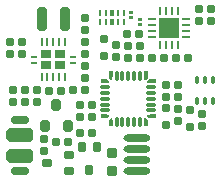
<source format=gbp>
G04*
G04 #@! TF.GenerationSoftware,Altium Limited,Altium Designer,19.1.5 (86)*
G04*
G04 Layer_Color=128*
%FSLAX25Y25*%
%MOIN*%
G70*
G01*
G75*
G04:AMPARAMS|DCode=20|XSize=23.62mil|YSize=23.62mil|CornerRadius=2.36mil|HoleSize=0mil|Usage=FLASHONLY|Rotation=270.000|XOffset=0mil|YOffset=0mil|HoleType=Round|Shape=RoundedRectangle|*
%AMROUNDEDRECTD20*
21,1,0.02362,0.01890,0,0,270.0*
21,1,0.01890,0.02362,0,0,270.0*
1,1,0.00472,-0.00945,-0.00945*
1,1,0.00472,-0.00945,0.00945*
1,1,0.00472,0.00945,0.00945*
1,1,0.00472,0.00945,-0.00945*
%
%ADD20ROUNDEDRECTD20*%
G04:AMPARAMS|DCode=22|XSize=23.62mil|YSize=23.62mil|CornerRadius=2.36mil|HoleSize=0mil|Usage=FLASHONLY|Rotation=180.000|XOffset=0mil|YOffset=0mil|HoleType=Round|Shape=RoundedRectangle|*
%AMROUNDEDRECTD22*
21,1,0.02362,0.01890,0,0,180.0*
21,1,0.01890,0.02362,0,0,180.0*
1,1,0.00472,-0.00945,0.00945*
1,1,0.00472,0.00945,0.00945*
1,1,0.00472,0.00945,-0.00945*
1,1,0.00472,-0.00945,-0.00945*
%
%ADD22ROUNDEDRECTD22*%
G04:AMPARAMS|DCode=28|XSize=10mil|YSize=16mil|CornerRadius=2.5mil|HoleSize=0mil|Usage=FLASHONLY|Rotation=270.000|XOffset=0mil|YOffset=0mil|HoleType=Round|Shape=RoundedRectangle|*
%AMROUNDEDRECTD28*
21,1,0.01000,0.01100,0,0,270.0*
21,1,0.00500,0.01600,0,0,270.0*
1,1,0.00500,-0.00550,-0.00250*
1,1,0.00500,-0.00550,0.00250*
1,1,0.00500,0.00550,0.00250*
1,1,0.00500,0.00550,-0.00250*
%
%ADD28ROUNDEDRECTD28*%
G04:AMPARAMS|DCode=72|XSize=23.62mil|YSize=27.56mil|CornerRadius=2.95mil|HoleSize=0mil|Usage=FLASHONLY|Rotation=270.000|XOffset=0mil|YOffset=0mil|HoleType=Round|Shape=RoundedRectangle|*
%AMROUNDEDRECTD72*
21,1,0.02362,0.02165,0,0,270.0*
21,1,0.01772,0.02756,0,0,270.0*
1,1,0.00591,-0.01083,-0.00886*
1,1,0.00591,-0.01083,0.00886*
1,1,0.00591,0.01083,0.00886*
1,1,0.00591,0.01083,-0.00886*
%
%ADD72ROUNDEDRECTD72*%
G04:AMPARAMS|DCode=73|XSize=27.56mil|YSize=59.06mil|CornerRadius=6.89mil|HoleSize=0mil|Usage=FLASHONLY|Rotation=270.000|XOffset=0mil|YOffset=0mil|HoleType=Round|Shape=RoundedRectangle|*
%AMROUNDEDRECTD73*
21,1,0.02756,0.04528,0,0,270.0*
21,1,0.01378,0.05906,0,0,270.0*
1,1,0.01378,-0.02264,-0.00689*
1,1,0.01378,-0.02264,0.00689*
1,1,0.01378,0.02264,0.00689*
1,1,0.01378,0.02264,-0.00689*
%
%ADD73ROUNDEDRECTD73*%
%ADD74R,0.06693X0.06693*%
%ADD75O,0.02953X0.00984*%
%ADD76O,0.00984X0.02953*%
G04:AMPARAMS|DCode=77|XSize=11.81mil|YSize=25.98mil|CornerRadius=2.95mil|HoleSize=0mil|Usage=FLASHONLY|Rotation=180.000|XOffset=0mil|YOffset=0mil|HoleType=Round|Shape=RoundedRectangle|*
%AMROUNDEDRECTD77*
21,1,0.01181,0.02008,0,0,180.0*
21,1,0.00591,0.02598,0,0,180.0*
1,1,0.00591,-0.00295,0.01004*
1,1,0.00591,0.00295,0.01004*
1,1,0.00591,0.00295,-0.01004*
1,1,0.00591,-0.00295,-0.01004*
%
%ADD77ROUNDEDRECTD77*%
G04:AMPARAMS|DCode=78|XSize=78.74mil|YSize=31.5mil|CornerRadius=7.87mil|HoleSize=0mil|Usage=FLASHONLY|Rotation=90.000|XOffset=0mil|YOffset=0mil|HoleType=Round|Shape=RoundedRectangle|*
%AMROUNDEDRECTD78*
21,1,0.07874,0.01575,0,0,90.0*
21,1,0.06299,0.03150,0,0,90.0*
1,1,0.01575,0.00787,0.03150*
1,1,0.01575,0.00787,-0.03150*
1,1,0.01575,-0.00787,-0.03150*
1,1,0.01575,-0.00787,0.03150*
%
%ADD78ROUNDEDRECTD78*%
%ADD80O,0.00906X0.03150*%
G04:AMPARAMS|DCode=81|XSize=27.56mil|YSize=35.43mil|CornerRadius=6.89mil|HoleSize=0mil|Usage=FLASHONLY|Rotation=180.000|XOffset=0mil|YOffset=0mil|HoleType=Round|Shape=RoundedRectangle|*
%AMROUNDEDRECTD81*
21,1,0.02756,0.02165,0,0,180.0*
21,1,0.01378,0.03543,0,0,180.0*
1,1,0.01378,-0.00689,0.01083*
1,1,0.01378,0.00689,0.01083*
1,1,0.01378,0.00689,-0.01083*
1,1,0.01378,-0.00689,-0.01083*
%
%ADD81ROUNDEDRECTD81*%
G04:AMPARAMS|DCode=82|XSize=27.56mil|YSize=35.43mil|CornerRadius=6.89mil|HoleSize=0mil|Usage=FLASHONLY|Rotation=90.000|XOffset=0mil|YOffset=0mil|HoleType=Round|Shape=RoundedRectangle|*
%AMROUNDEDRECTD82*
21,1,0.02756,0.02165,0,0,90.0*
21,1,0.01378,0.03543,0,0,90.0*
1,1,0.01378,0.01083,0.00689*
1,1,0.01378,0.01083,-0.00689*
1,1,0.01378,-0.01083,-0.00689*
1,1,0.01378,-0.01083,0.00689*
%
%ADD82ROUNDEDRECTD82*%
G04:AMPARAMS|DCode=83|XSize=90mil|YSize=47.24mil|CornerRadius=0mil|HoleSize=0mil|Usage=FLASHONLY|Rotation=180.000|XOffset=0mil|YOffset=0mil|HoleType=Round|Shape=Octagon|*
%AMOCTAGOND83*
4,1,8,-0.04500,0.01181,-0.04500,-0.01181,-0.03319,-0.02362,0.03319,-0.02362,0.04500,-0.01181,0.04500,0.01181,0.03319,0.02362,-0.03319,0.02362,-0.04500,0.01181,0.0*
%
%ADD83OCTAGOND83*%

G04:AMPARAMS|DCode=84|XSize=25mil|YSize=90mil|CornerRadius=12.5mil|HoleSize=0mil|Usage=FLASHONLY|Rotation=90.000|XOffset=0mil|YOffset=0mil|HoleType=Round|Shape=RoundedRectangle|*
%AMROUNDEDRECTD84*
21,1,0.02500,0.06500,0,0,90.0*
21,1,0.00000,0.09000,0,0,90.0*
1,1,0.02500,0.03250,0.00000*
1,1,0.02500,0.03250,0.00000*
1,1,0.02500,-0.03250,0.00000*
1,1,0.02500,-0.03250,0.00000*
%
%ADD84ROUNDEDRECTD84*%
G04:AMPARAMS|DCode=85|XSize=31.5mil|YSize=31.5mil|CornerRadius=3.15mil|HoleSize=0mil|Usage=FLASHONLY|Rotation=90.000|XOffset=0mil|YOffset=0mil|HoleType=Round|Shape=RoundedRectangle|*
%AMROUNDEDRECTD85*
21,1,0.03150,0.02520,0,0,90.0*
21,1,0.02520,0.03150,0,0,90.0*
1,1,0.00630,0.01260,0.01260*
1,1,0.00630,0.01260,-0.01260*
1,1,0.00630,-0.01260,-0.01260*
1,1,0.00630,-0.01260,0.01260*
%
%ADD85ROUNDEDRECTD85*%
G04:AMPARAMS|DCode=86|XSize=12mil|YSize=22mil|CornerRadius=3mil|HoleSize=0mil|Usage=FLASHONLY|Rotation=270.000|XOffset=0mil|YOffset=0mil|HoleType=Round|Shape=RoundedRectangle|*
%AMROUNDEDRECTD86*
21,1,0.01200,0.01600,0,0,270.0*
21,1,0.00600,0.02200,0,0,270.0*
1,1,0.00600,-0.00800,-0.00300*
1,1,0.00600,-0.00800,0.00300*
1,1,0.00600,0.00800,0.00300*
1,1,0.00600,0.00800,-0.00300*
%
%ADD86ROUNDEDRECTD86*%
G04:AMPARAMS|DCode=87|XSize=12mil|YSize=32mil|CornerRadius=3mil|HoleSize=0mil|Usage=FLASHONLY|Rotation=270.000|XOffset=0mil|YOffset=0mil|HoleType=Round|Shape=RoundedRectangle|*
%AMROUNDEDRECTD87*
21,1,0.01200,0.02600,0,0,270.0*
21,1,0.00600,0.03200,0,0,270.0*
1,1,0.00600,-0.01300,-0.00300*
1,1,0.00600,-0.01300,0.00300*
1,1,0.00600,0.01300,0.00300*
1,1,0.00600,0.01300,-0.00300*
%
%ADD87ROUNDEDRECTD87*%
G04:AMPARAMS|DCode=88|XSize=12mil|YSize=22mil|CornerRadius=3mil|HoleSize=0mil|Usage=FLASHONLY|Rotation=0.000|XOffset=0mil|YOffset=0mil|HoleType=Round|Shape=RoundedRectangle|*
%AMROUNDEDRECTD88*
21,1,0.01200,0.01600,0,0,0.0*
21,1,0.00600,0.02200,0,0,0.0*
1,1,0.00600,0.00300,-0.00800*
1,1,0.00600,-0.00300,-0.00800*
1,1,0.00600,-0.00300,0.00800*
1,1,0.00600,0.00300,0.00800*
%
%ADD88ROUNDEDRECTD88*%
G04:AMPARAMS|DCode=89|XSize=12mil|YSize=32mil|CornerRadius=3mil|HoleSize=0mil|Usage=FLASHONLY|Rotation=0.000|XOffset=0mil|YOffset=0mil|HoleType=Round|Shape=RoundedRectangle|*
%AMROUNDEDRECTD89*
21,1,0.01200,0.02600,0,0,0.0*
21,1,0.00600,0.03200,0,0,0.0*
1,1,0.00600,0.00300,-0.01300*
1,1,0.00600,-0.00300,-0.01300*
1,1,0.00600,-0.00300,0.01300*
1,1,0.00600,0.00300,0.01300*
%
%ADD89ROUNDEDRECTD89*%
G04:AMPARAMS|DCode=90|XSize=7.87mil|YSize=20.67mil|CornerRadius=1.97mil|HoleSize=0mil|Usage=FLASHONLY|Rotation=0.000|XOffset=0mil|YOffset=0mil|HoleType=Round|Shape=RoundedRectangle|*
%AMROUNDEDRECTD90*
21,1,0.00787,0.01673,0,0,0.0*
21,1,0.00394,0.02067,0,0,0.0*
1,1,0.00394,0.00197,-0.00837*
1,1,0.00394,-0.00197,-0.00837*
1,1,0.00394,-0.00197,0.00837*
1,1,0.00394,0.00197,0.00837*
%
%ADD90ROUNDEDRECTD90*%
G04:AMPARAMS|DCode=91|XSize=15.75mil|YSize=20.67mil|CornerRadius=3.94mil|HoleSize=0mil|Usage=FLASHONLY|Rotation=180.000|XOffset=0mil|YOffset=0mil|HoleType=Round|Shape=RoundedRectangle|*
%AMROUNDEDRECTD91*
21,1,0.01575,0.01280,0,0,180.0*
21,1,0.00787,0.02067,0,0,180.0*
1,1,0.00787,-0.00394,0.00640*
1,1,0.00787,0.00394,0.00640*
1,1,0.00787,0.00394,-0.00640*
1,1,0.00787,-0.00394,-0.00640*
%
%ADD91ROUNDEDRECTD91*%
G04:AMPARAMS|DCode=92|XSize=31.58mil|YSize=38.27mil|CornerRadius=7.89mil|HoleSize=0mil|Usage=FLASHONLY|Rotation=0.000|XOffset=0mil|YOffset=0mil|HoleType=Round|Shape=RoundedRectangle|*
%AMROUNDEDRECTD92*
21,1,0.03158,0.02248,0,0,0.0*
21,1,0.01579,0.03827,0,0,0.0*
1,1,0.01579,0.00789,-0.01124*
1,1,0.01579,-0.00789,-0.01124*
1,1,0.01579,-0.00789,0.01124*
1,1,0.01579,0.00789,0.01124*
%
%ADD92ROUNDEDRECTD92*%
%ADD119R,0.01968X0.01024*%
%ADD120R,0.03740X0.02677*%
G36*
X49200Y30700D02*
X48500Y30000D01*
X48100D01*
Y31200D01*
X49200D01*
Y30700D01*
D02*
G37*
G36*
X50200Y29100D02*
X49000D01*
Y29500D01*
X49700Y30200D01*
X50200D01*
Y29100D01*
D02*
G37*
G36*
Y42800D02*
X49700D01*
X49000Y43500D01*
Y43900D01*
X50200D01*
Y42800D01*
D02*
G37*
G36*
X49200Y42300D02*
Y41800D01*
X48100D01*
Y43000D01*
X48500D01*
X49200Y42300D01*
D02*
G37*
G36*
X62900Y30000D02*
X62500D01*
X61800Y30700D01*
Y31200D01*
X62900D01*
Y30000D01*
D02*
G37*
G36*
X62000Y29500D02*
Y29100D01*
X60800D01*
Y30200D01*
X61300D01*
X62000Y29500D01*
D02*
G37*
G36*
Y43500D02*
X61300Y42800D01*
X60800D01*
Y43900D01*
X62000D01*
Y43500D01*
D02*
G37*
G36*
X62900Y41800D02*
X61800D01*
Y42300D01*
X62500Y43000D01*
X62900D01*
Y41800D01*
D02*
G37*
D20*
X71900Y29032D02*
D03*
Y32969D02*
D03*
X17000Y39469D02*
D03*
Y35531D02*
D03*
X39500Y30531D02*
D03*
Y34468D02*
D03*
X43500Y30531D02*
D03*
Y34468D02*
D03*
X80000Y27531D02*
D03*
Y31468D02*
D03*
X41000Y59531D02*
D03*
Y63468D02*
D03*
X59500Y53969D02*
D03*
Y50032D02*
D03*
X55500Y53969D02*
D03*
Y50032D02*
D03*
X16000Y55468D02*
D03*
Y51531D02*
D03*
X20000Y55468D02*
D03*
Y51531D02*
D03*
X41000Y55468D02*
D03*
Y51531D02*
D03*
Y43532D02*
D03*
Y47469D02*
D03*
X51500Y50532D02*
D03*
Y54469D02*
D03*
X27500Y19031D02*
D03*
Y22968D02*
D03*
X68000Y40968D02*
D03*
Y37031D02*
D03*
X72000Y40968D02*
D03*
Y37031D02*
D03*
D22*
X31532Y22000D02*
D03*
X35469D02*
D03*
X39531Y25000D02*
D03*
X43468D02*
D03*
X24969Y35500D02*
D03*
X21032D02*
D03*
X82968Y66500D02*
D03*
X79031D02*
D03*
Y62500D02*
D03*
X82968D02*
D03*
X71531Y50000D02*
D03*
X75468D02*
D03*
X63532D02*
D03*
X67469D02*
D03*
X58969Y58000D02*
D03*
X55032D02*
D03*
X24969Y39500D02*
D03*
X21032D02*
D03*
X29032Y39200D02*
D03*
X32969D02*
D03*
X40968Y39500D02*
D03*
X37031D02*
D03*
D28*
X56500Y63500D02*
D03*
Y65000D02*
D03*
X59500Y61200D02*
D03*
Y62700D02*
D03*
D72*
X47400Y56295D02*
D03*
Y50705D02*
D03*
X68000Y33295D02*
D03*
Y27705D02*
D03*
X76000Y32795D02*
D03*
Y27205D02*
D03*
D73*
X19500Y12535D02*
D03*
Y29465D02*
D03*
D74*
X69000Y60000D02*
D03*
D75*
X63291Y57047D02*
D03*
Y59016D02*
D03*
Y60984D02*
D03*
Y62953D02*
D03*
X74709Y57047D02*
D03*
Y59016D02*
D03*
Y60984D02*
D03*
Y62953D02*
D03*
D76*
X71953Y54291D02*
D03*
X69984D02*
D03*
X68016D02*
D03*
X66047D02*
D03*
X71953Y65709D02*
D03*
X69984D02*
D03*
X68016D02*
D03*
X66047D02*
D03*
D77*
X78441Y42822D02*
D03*
X81000Y42822D02*
D03*
X83559Y42822D02*
D03*
Y35578D02*
D03*
X81000Y35578D02*
D03*
X78441Y35578D02*
D03*
D78*
X26563Y63000D02*
D03*
X34437D02*
D03*
D80*
X26563Y43693D02*
D03*
X28532D02*
D03*
X30500D02*
D03*
X32469D02*
D03*
X34437D02*
D03*
Y55307D02*
D03*
X32469D02*
D03*
X30500D02*
D03*
X28532D02*
D03*
X26563D02*
D03*
D81*
X39941Y20240D02*
D03*
X45059D02*
D03*
X42500Y12760D02*
D03*
D82*
X35740Y17559D02*
D03*
Y12441D02*
D03*
X28260Y15000D02*
D03*
D83*
X19500Y17535D02*
D03*
Y24465D02*
D03*
D84*
X58379Y12382D02*
D03*
Y16043D02*
D03*
Y19705D02*
D03*
Y23366D02*
D03*
D85*
X50000Y12500D02*
D03*
Y18500D02*
D03*
D86*
X63650Y42406D02*
D03*
Y30595D02*
D03*
X47350D02*
D03*
Y42406D02*
D03*
D87*
X63150Y40437D02*
D03*
Y38469D02*
D03*
Y36500D02*
D03*
Y34532D02*
D03*
Y32563D02*
D03*
X47850D02*
D03*
Y34532D02*
D03*
Y36500D02*
D03*
Y38469D02*
D03*
Y40437D02*
D03*
D88*
X61405Y28350D02*
D03*
X49595D02*
D03*
Y44650D02*
D03*
X61405D02*
D03*
D89*
X59437Y28850D02*
D03*
X57468D02*
D03*
X55500D02*
D03*
X53531D02*
D03*
X51563D02*
D03*
Y44150D02*
D03*
X53531D02*
D03*
X55500D02*
D03*
X57468D02*
D03*
X59437D02*
D03*
D90*
X48031Y65026D02*
D03*
X46063D02*
D03*
X51968Y61974D02*
D03*
X53937D02*
D03*
X51968Y65026D02*
D03*
X53937D02*
D03*
X46063Y61974D02*
D03*
X48031D02*
D03*
D91*
X50000Y65026D02*
D03*
Y61974D02*
D03*
D92*
X35240Y27516D02*
D03*
X27760D02*
D03*
X31500Y34484D02*
D03*
D119*
X36918Y50484D02*
D03*
Y48515D02*
D03*
X24083Y48515D02*
D03*
X24083Y50484D02*
D03*
D120*
X32803Y51272D02*
D03*
Y47728D02*
D03*
X28197D02*
D03*
Y51272D02*
D03*
M02*

</source>
